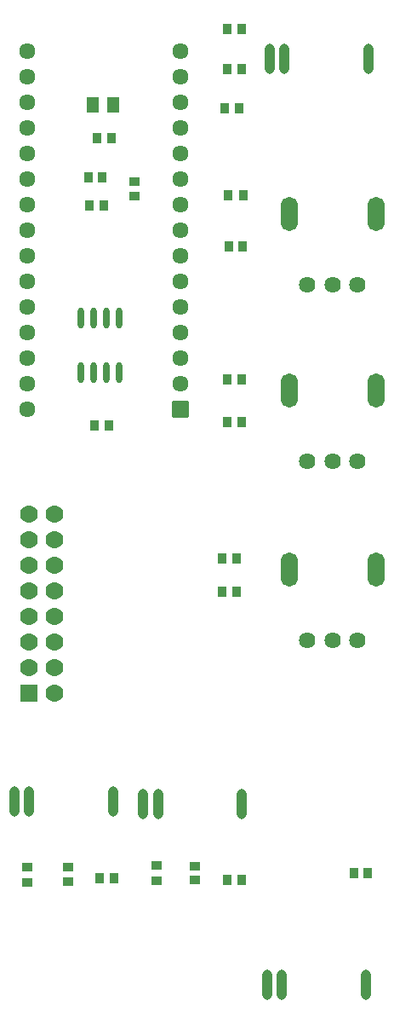
<source format=gts>
G04 Layer: TopSolderMaskLayer*
G04 EasyEDA v6.5.22, 2023-02-14 12:38:32*
G04 3ec02a8cd32b49f9a07c26a40bf890e6,7be1179030e74d40a97a3c751b95adb4,10*
G04 Gerber Generator version 0.2*
G04 Scale: 100 percent, Rotated: No, Reflected: No *
G04 Dimensions in millimeters *
G04 leading zeros omitted , absolute positions ,4 integer and 5 decimal *
%FSLAX45Y45*%
%MOMM*%

%AMMACRO1*1,1,$1,$2,$3*1,1,$1,$4,$5*1,1,$1,0-$2,0-$3*1,1,$1,0-$4,0-$5*20,1,$1,$2,$3,$4,$5,0*20,1,$1,$4,$5,0-$2,0-$3,0*20,1,$1,0-$2,0-$3,0-$4,0-$5,0*20,1,$1,0-$4,0-$5,$2,$3,0*4,1,4,$2,$3,$4,$5,0-$2,0-$3,0-$4,0-$5,$2,$3,0*%
%ADD10C,1.7653*%
%ADD11MACRO1,0.1016X-0.8319X-0.8319X0.8319X-0.8319*%
%ADD12MACRO1,0.1016X0.4X-0.45X-0.4X-0.45*%
%ADD13MACRO1,0.1016X-0.4X0.45X0.4X0.45*%
%ADD14MACRO1,0.1016X0.45X0.4X0.45X-0.4*%
%ADD15C,1.6256*%
%ADD16O,1.703197X3.4031936*%
%ADD17O,1.0031984X3.0031944000000004*%
%ADD18MACRO1,0.1016X0.754X0.754X0.754X-0.754*%
%ADD19C,1.6096*%
%ADD20MACRO1,0.1016X-0.4032X-0.432X-0.4032X0.432*%
%ADD21MACRO1,0.1016X0.4032X-0.432X0.4032X0.432*%
%ADD22MACRO1,0.1016X0.4032X0.432X0.4032X-0.432*%
%ADD23MACRO1,0.1016X-0.4032X0.432X-0.4032X-0.432*%
%ADD24MACRO1,0.1016X0.432X-0.4032X-0.432X-0.4032*%
%ADD25MACRO1,0.1016X0.432X0.4032X-0.432X0.4032*%
%ADD26MACRO1,0.1016X-0.5663X-0.6885X-0.5663X0.6885*%
%ADD27MACRO1,0.1016X0.5663X-0.6885X0.5663X0.6885*%
%ADD28O,0.6700012X2.051812*%

%LPD*%
D10*
G01*
X-3721100Y609600D03*
G01*
X-3975100Y609600D03*
G01*
X-3721100Y101600D03*
G01*
X-3975100Y101600D03*
G01*
X-3721100Y-152400D03*
G01*
X-3975100Y-152400D03*
G01*
X-3721100Y-406400D03*
G01*
X-3975100Y-406400D03*
G01*
X-3721100Y-660400D03*
G01*
X-3975100Y-660400D03*
G01*
X-3721100Y863600D03*
G01*
X-3975100Y863600D03*
G01*
X-3721100Y355600D03*
G01*
X-3975100Y355600D03*
G01*
X-3721100Y-914400D03*
D11*
G01*
X-3975100Y-914400D03*
D12*
G01*
X-2000399Y5676900D03*
G01*
X-1860400Y5676900D03*
G01*
X-2051199Y419100D03*
G01*
X-1911200Y419100D03*
G01*
X-2000399Y1778000D03*
G01*
X-1860400Y1778000D03*
D13*
G01*
X-1847700Y3517900D03*
G01*
X-1987699Y3517900D03*
G01*
X-3244700Y4203700D03*
G01*
X-3384699Y4203700D03*
D14*
G01*
X-2921000Y4019400D03*
G01*
X-2921000Y4159399D03*
D13*
G01*
X-603100Y-2705100D03*
G01*
X-743099Y-2705100D03*
D14*
G01*
X-3581400Y-2787799D03*
G01*
X-3581400Y-2647800D03*
G01*
X-2324100Y-2775099D03*
G01*
X-2324100Y-2635100D03*
D15*
G01*
X-1202486Y3136900D03*
G01*
X-952500Y3136900D03*
G01*
X-702487Y3136900D03*
D16*
G01*
X-522300Y3836746D03*
G01*
X-1382496Y3836898D03*
D15*
G01*
X-1202486Y1384300D03*
G01*
X-952500Y1384300D03*
G01*
X-702487Y1384300D03*
D16*
G01*
X-522300Y2084146D03*
G01*
X-1382496Y2084298D03*
D15*
G01*
X-1202486Y-393700D03*
G01*
X-952500Y-393700D03*
G01*
X-702487Y-393700D03*
D16*
G01*
X-522300Y306146D03*
G01*
X-1382496Y306298D03*
D17*
G01*
X-3971112Y-1993900D03*
G01*
X-3139109Y-1993900D03*
G01*
X-4119092Y-1993900D03*
G01*
X-2688412Y-2019300D03*
G01*
X-1856409Y-2019300D03*
G01*
X-2836392Y-2019300D03*
G01*
X-1431112Y5384800D03*
G01*
X-599109Y5384800D03*
G01*
X-1579092Y5384800D03*
G01*
X-1456512Y-3810000D03*
G01*
X-624509Y-3810000D03*
G01*
X-1604492Y-3810000D03*
D18*
G01*
X-2463800Y1905000D03*
D19*
G01*
X-2463800Y2159000D03*
G01*
X-2463800Y2413000D03*
G01*
X-2463800Y2667000D03*
G01*
X-2463800Y2921000D03*
G01*
X-2463800Y3175000D03*
G01*
X-2463800Y3429000D03*
G01*
X-2463800Y3683000D03*
G01*
X-2463800Y3937000D03*
G01*
X-2463800Y4191000D03*
G01*
X-2463800Y4445000D03*
G01*
X-2463800Y4699000D03*
G01*
X-3987800Y1905000D03*
G01*
X-3987800Y2159000D03*
G01*
X-3987800Y2413000D03*
G01*
X-3987800Y2667000D03*
G01*
X-3987800Y2921000D03*
G01*
X-3987800Y3175000D03*
G01*
X-3987800Y3683000D03*
G01*
X-3987800Y3937000D03*
G01*
X-3987800Y4445000D03*
G01*
X-3987800Y4699000D03*
G01*
X-3987800Y4191000D03*
G01*
X-3987800Y3429000D03*
G01*
X-2463800Y4953000D03*
G01*
X-2463800Y5207000D03*
G01*
X-2463800Y5461000D03*
G01*
X-3987800Y4953000D03*
G01*
X-3987800Y5207000D03*
G01*
X-3987800Y5461000D03*
D20*
G01*
X-1842375Y4025900D03*
D21*
G01*
X-1993024Y4025900D03*
D22*
G01*
X-2005724Y2197100D03*
D23*
G01*
X-1855075Y2197100D03*
D22*
G01*
X-2056524Y88900D03*
D23*
G01*
X-1905875Y88900D03*
D24*
G01*
X-3987800Y-2642475D03*
D25*
G01*
X-3987800Y-2793124D03*
D20*
G01*
X-3125075Y-2755900D03*
D21*
G01*
X-3275724Y-2755900D03*
D24*
G01*
X-2705100Y-2629775D03*
D25*
G01*
X-2705100Y-2780424D03*
D20*
G01*
X-1855075Y-2768600D03*
D21*
G01*
X-2005724Y-2768600D03*
D22*
G01*
X-2031124Y4889500D03*
D23*
G01*
X-1880475Y4889500D03*
D22*
G01*
X-2005724Y5283200D03*
D23*
G01*
X-1855075Y5283200D03*
D20*
G01*
X-3150475Y4597400D03*
D21*
G01*
X-3301124Y4597400D03*
D20*
G01*
X-3175875Y1739900D03*
D21*
G01*
X-3326524Y1739900D03*
D22*
G01*
X-3377324Y3924300D03*
D23*
G01*
X-3226675Y3924300D03*
D26*
G01*
X-3138495Y4927600D03*
D27*
G01*
X-3338504Y4927600D03*
D28*
G01*
X-3454400Y2269489D03*
G01*
X-3327400Y2269489D03*
G01*
X-3200400Y2269489D03*
G01*
X-3073400Y2269489D03*
G01*
X-3454400Y2810510D03*
G01*
X-3327400Y2810510D03*
G01*
X-3200400Y2810510D03*
G01*
X-3073400Y2810510D03*
M02*

</source>
